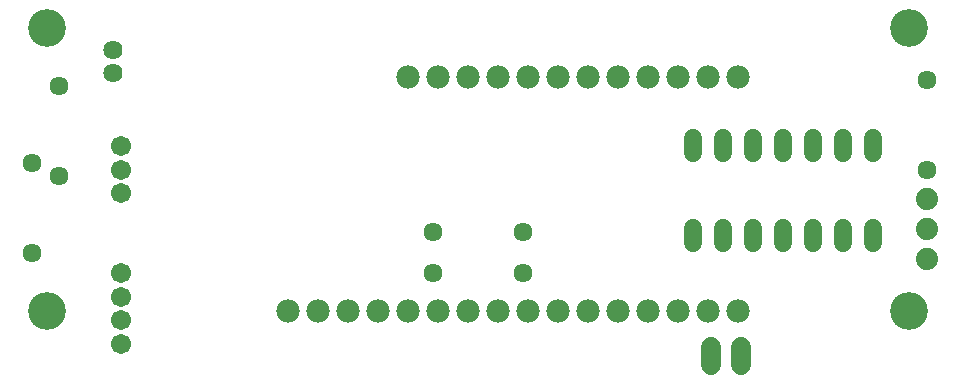
<source format=gbr>
G04 EAGLE Gerber RS-274X export*
G75*
%MOMM*%
%FSLAX34Y34*%
%LPD*%
%INSoldermask Bottom*%
%IPPOS*%
%AMOC8*
5,1,8,0,0,1.08239X$1,22.5*%
G01*
%ADD10C,3.203200*%
%ADD11C,1.981200*%
%ADD12C,1.524000*%
%ADD13C,1.625600*%
%ADD14C,1.879600*%
%ADD15C,1.727200*%
%ADD16C,1.703200*%
%ADD17C,1.611200*%


D10*
X150000Y400000D03*
X150000Y160000D03*
X880000Y400000D03*
X880000Y160000D03*
D11*
X734700Y358800D03*
X709300Y358800D03*
X683900Y358800D03*
X658500Y358800D03*
X633100Y358800D03*
X607700Y358800D03*
X582300Y358800D03*
X556900Y358800D03*
X531500Y358800D03*
X506100Y358800D03*
X480700Y358800D03*
X455300Y358800D03*
X379100Y160600D03*
X404500Y160600D03*
X429900Y160600D03*
X455300Y160600D03*
X480700Y160600D03*
X506100Y160600D03*
X531500Y160600D03*
X556900Y160600D03*
X582300Y160600D03*
X607700Y160600D03*
X633100Y160600D03*
X658500Y160600D03*
X683900Y160600D03*
X709300Y160600D03*
X734700Y160600D03*
X353700Y160600D03*
D12*
X697220Y217496D02*
X697220Y230704D01*
X722620Y230704D02*
X722620Y217496D01*
X849620Y217496D02*
X849620Y230704D01*
X849620Y293696D02*
X849620Y306904D01*
X748020Y230704D02*
X748020Y217496D01*
X773420Y217496D02*
X773420Y230704D01*
X824220Y230704D02*
X824220Y217496D01*
X798820Y217496D02*
X798820Y230704D01*
X824220Y293696D02*
X824220Y306904D01*
X798820Y306904D02*
X798820Y293696D01*
X773420Y293696D02*
X773420Y306904D01*
X748020Y306904D02*
X748020Y293696D01*
X722620Y293696D02*
X722620Y306904D01*
X697220Y306904D02*
X697220Y293696D01*
D13*
X205400Y361650D03*
X205400Y381650D03*
D14*
X895000Y255400D03*
X895000Y230000D03*
X895000Y204600D03*
D15*
X712300Y130120D02*
X712300Y114880D01*
X737700Y114880D02*
X737700Y130120D01*
D16*
X212500Y132500D03*
X212500Y152500D03*
X212500Y172500D03*
X212500Y192500D03*
X212500Y300000D03*
X212500Y280000D03*
X212500Y260000D03*
D17*
X476900Y192500D03*
X553100Y192500D03*
X553100Y227500D03*
X476900Y227500D03*
X895000Y279400D03*
X895000Y355600D03*
X137500Y209400D03*
X137500Y285600D03*
X160000Y274400D03*
X160000Y350600D03*
M02*

</source>
